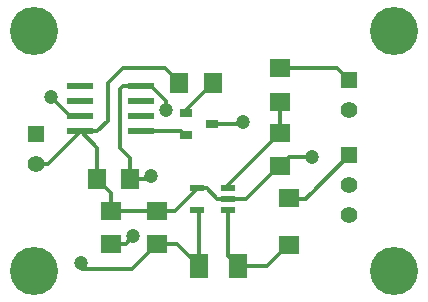
<source format=gtl>
G04 ( created by brdgerber.py ( brdgerber.py v0.1 2014-03-12 ) ) date 2021-11-30 02:51:56 EST*
G04 Gerber Fmt 3.4, Leading zero omitted, Abs format*
%MOIN*%
%FSLAX34Y34*%
G01*
G70*
G90*
G04 APERTURE LIST*
%ADD28R,0.0472X0.0216*%
%ADD19C,0.0031*%
%ADD17C,0.0047*%
%ADD11C,0.0050*%
%ADD13R,0.0866X0.0236*%
%ADD24C,0.0100*%
%ADD16R,0.0394X0.0315*%
%ADD25C,0.0150*%
%ADD14C,0.0080*%
%ADD30C,0.0200*%
%ADD22C,0.0120*%
%ADD23C,0.1600*%
%ADD10R,0.0709X0.0629*%
%ADD20R,0.0550X0.0550*%
%ADD21C,0.0550*%
%ADD15R,0.0629X0.0709*%
%ADD29R,0.0657X0.0614*%
%ADD27C,0.0472*%
%ADD26R,0.0600X0.0800*%
%ADD12C,0.0060*%
%ADD18C,0.0039*%
G04 APERTURE END LIST*
G54D28*
D10*
X-09900Y-00991D03*
D10*
X-09900Y-02109D03*
D13*
X-12473Y02650D03*
D13*
X-10427Y02650D03*
D13*
X-12473Y03150D03*
D13*
X-12473Y02150D03*
D13*
X-12473Y01650D03*
D13*
X-10427Y03150D03*
D13*
X-10427Y02150D03*
D13*
X-10427Y01650D03*
D15*
X-11909Y00050D03*
D15*
X-10791Y00050D03*
D16*
X-08067Y01900D03*
D16*
X-08933Y01525D03*
D16*
X-08933Y02275D03*
D15*
X-09159Y03250D03*
D15*
X-08041Y03250D03*
D20*
X-03500Y03350D03*
D21*
X-03500Y02350D03*
D10*
X-11450Y-00991D03*
D10*
X-11450Y-02109D03*
D20*
X-03500Y00850D03*
D21*
X-03500Y-00150D03*
D21*
X-03500Y-01150D03*
D23*
X-02000Y-03000D03*
D23*
X-02000Y05000D03*
D23*
X-14000Y05000D03*
D23*
X-14000Y-03000D03*
D22*
G01X-10800Y00050D02*
G01X-10800Y00750D01*
D22*
G01X-10800Y00750D02*
G01X-11150Y01100D01*
D22*
G01X-11150Y01100D02*
G01X-11150Y03050D01*
D22*
G01X-11150Y03050D02*
G01X-11050Y03150D01*
D22*
G01X-11050Y03150D02*
G01X-10450Y03150D01*
D22*
G01X-10450Y03150D02*
G01X-10100Y03150D01*
D26*
X-08500Y-02850D03*
D26*
X-07200Y-02850D03*
D27*
X-09600Y02350D03*
D22*
G01X-10450Y01650D02*
G01X-09100Y01650D01*
D22*
G01X-11450Y-00400D02*
G01X-11900Y00050D01*
D10*
X-05800Y00491D03*
D10*
X-05800Y01609D03*
D22*
G01X-11450Y-01000D02*
G01X-11450Y-00400D01*
D22*
G01X-08950Y02350D02*
G01X-08050Y03250D01*
D22*
G01X-08950Y02250D02*
G01X-08950Y02350D01*
D28*
X-07539Y-00974D03*
D28*
X-07539Y-00600D03*
D28*
X-07539Y-00226D03*
D28*
X-08561Y-00226D03*
D28*
X-08561Y-00974D03*
D10*
X-05800Y02641D03*
D10*
X-05800Y03759D03*
D22*
G01X-11900Y00050D02*
G01X-11900Y01100D01*
D22*
G01X-11900Y01100D02*
G01X-12450Y01650D01*
D22*
G01X-09100Y01650D02*
G01X-08950Y01500D01*
D29*
X-05500Y-00576D03*
D29*
X-05500Y-02124D03*
D22*
G01X-09600Y02650D02*
G01X-09600Y02350D01*
D22*
G01X-10100Y03150D02*
G01X-09600Y02650D01*
D20*
X-13950Y01550D03*
D21*
X-13950Y00550D03*
D22*
G01X-13950Y00550D02*
G01X-13550Y00550D01*
D22*
G01X-13550Y00550D02*
G01X-12450Y01650D01*
D27*
X-12450Y-02750D03*
D22*
G01X-12450Y-02750D02*
G01X-12450Y-02900D01*
D22*
G01X-12450Y-02900D02*
G01X-12400Y-02950D01*
D22*
G01X-12400Y-02950D02*
G01X-10750Y-02950D01*
D22*
G01X-10750Y-02950D02*
G01X-09900Y-02100D01*
D22*
G01X-09900Y-02100D02*
G01X-09250Y-02100D01*
D22*
G01X-08500Y-01000D02*
G01X-08550Y-00950D01*
D22*
G01X-08500Y-02850D02*
G01X-08500Y-01000D01*
D22*
G01X-04950Y-00600D02*
G01X-04800Y-00450D01*
D22*
G01X-09250Y-02100D02*
G01X-08500Y-02850D01*
D22*
G01X-04850Y-00500D02*
G01X-03500Y00850D01*
D22*
G01X-05800Y03750D02*
G01X-03900Y03750D01*
D22*
G01X-03900Y03750D02*
G01X-03500Y03350D01*
D22*
G01X-05800Y02650D02*
G01X-05800Y01600D01*
D22*
G01X-07550Y-00600D02*
G01X-06950Y-00600D01*
D22*
G01X-06950Y-00600D02*
G01X-05850Y00500D01*
D22*
G01X-05850Y00500D02*
G01X-05800Y00500D01*
D22*
G01X-07550Y-00250D02*
G01X-07550Y-00150D01*
D22*
G01X-07550Y-00150D02*
G01X-05800Y01600D01*
D22*
G01X-08550Y-00250D02*
G01X-08250Y-00250D01*
D22*
G01X-08250Y-00250D02*
G01X-07900Y-00600D01*
D22*
G01X-07900Y-00600D02*
G01X-07550Y-00600D01*
D22*
G01X-09900Y-01000D02*
G01X-09300Y-01000D01*
D22*
G01X-09300Y-01000D02*
G01X-08550Y-00250D01*
D22*
G01X-11450Y-01000D02*
G01X-09900Y-01000D01*
D27*
X-04750Y00800D03*
D22*
G01X-04750Y00800D02*
G01X-05500Y00800D01*
D22*
G01X-05500Y00800D02*
G01X-05800Y00500D01*
D22*
G01X-08050Y01900D02*
G01X-07100Y01900D01*
D22*
G01X-07100Y01900D02*
G01X-07050Y01950D01*
D27*
X-07050Y01950D03*
D22*
G01X-12450Y01650D02*
G01X-11900Y01650D01*
D22*
G01X-11900Y01650D02*
G01X-11550Y02000D01*
D22*
G01X-11550Y02000D02*
G01X-11550Y03250D01*
D22*
G01X-11550Y03250D02*
G01X-11050Y03750D01*
D22*
G01X-11050Y03750D02*
G01X-09650Y03750D01*
D22*
G01X-09650Y03750D02*
G01X-09150Y03250D01*
D22*
G01X-12450Y02150D02*
G01X-12800Y02150D01*
D22*
G01X-12800Y02150D02*
G01X-13450Y02800D01*
D27*
X-13450Y02800D03*
D22*
G01X-11450Y-02100D02*
G01X-10950Y-02100D01*
D22*
G01X-10950Y-02100D02*
G01X-10700Y-01850D01*
D27*
X-10700Y-01850D03*
D27*
X-10100Y00150D03*
D22*
G01X-10100Y00150D02*
G01X-10200Y00050D01*
D22*
G01X-10200Y00050D02*
G01X-10800Y00050D01*
D22*
G01X-05500Y-00600D02*
G01X-04950Y-00600D01*
D22*
G01X-07200Y-02850D02*
G01X-06250Y-02850D01*
D22*
G01X-06250Y-02850D02*
G01X-05500Y-02100D01*
D22*
G01X-07550Y-00950D02*
G01X-07550Y-02500D01*
D22*
G01X-07550Y-02500D02*
G01X-07200Y-02850D01*
M02*

</source>
